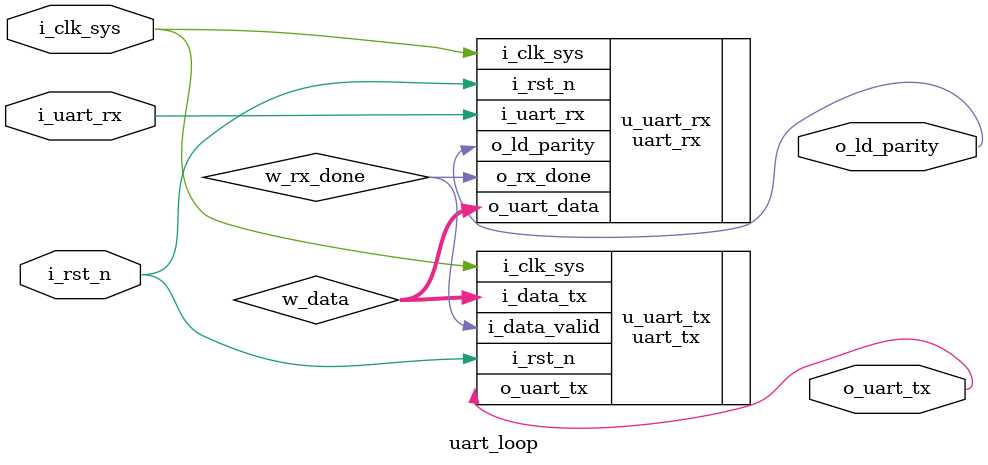
<source format=v>
module uart_loop(
    input i_clk_sys,
    input i_rst_n,
    input i_uart_rx,
    output o_uart_tx,
    output o_ld_parity
    );
    
    localparam DATA_WIDTH = 8;
    localparam BAUD_RATE = 9600;
    localparam PARITY_ON = 1;
    localparam PARITY_TYPE = 1;
    
    wire w_rx_done;
    wire[DATA_WIDTH-1 : 0] w_data;
    
    
    uart_rx 
    #(
            .CLK_FRE(50),         //时钟频率，默认时钟频率为50MHz
            .DATA_WIDTH(DATA_WIDTH),       //有效数据位，缺省为8位
            .PARITY_ON(PARITY_ON),        //校验位，1为有校验位，0为无校验位，缺省为0
            .PARITY_TYPE(PARITY_TYPE),      //校验类型，1为奇校验，0为偶校验，缺省为偶校验
            .BAUD_RATE(BAUD_RATE)      //波特率，缺省为9600
    ) u_uart_rx
    (
        .i_clk_sys(i_clk_sys),      //系统时钟
        .i_rst_n(i_rst_n),        //全局异步复位,低电平有效
        .i_uart_rx(i_uart_rx),      //UART输入
        .o_uart_data(w_data),    //UART接收数据
        .o_ld_parity(o_ld_parity),    //校验位检验LED，高电平位为校验正确
        .o_rx_done(w_rx_done)       //UART数据接收完成标志
    );
    
    uart_tx
    #(
        .CLK_FRE(50),         //时钟频率，默认时钟频率为50MHz
        .DATA_WIDTH(DATA_WIDTH),       //有效数据位，缺省为8位
        .PARITY_ON(PARITY_ON),        //校验位，1为有校验位，0为无校验位，缺省为0
        .PARITY_TYPE(PARITY_TYPE),      //校验类型，1为奇校验，0为偶校验，缺省为偶校验
        .BAUD_RATE(BAUD_RATE)      //波特率，缺省为9600
    ) u_uart_tx
    (   .i_clk_sys(i_clk_sys),      //系统时钟
        .i_rst_n(i_rst_n),        //全局异步复位
        .i_data_tx(w_data),      //传输数据输入
        .i_data_valid(w_rx_done),   //传输数据有效
        .o_uart_tx(o_uart_tx)       //UART输出
        );
    
endmodule

</source>
